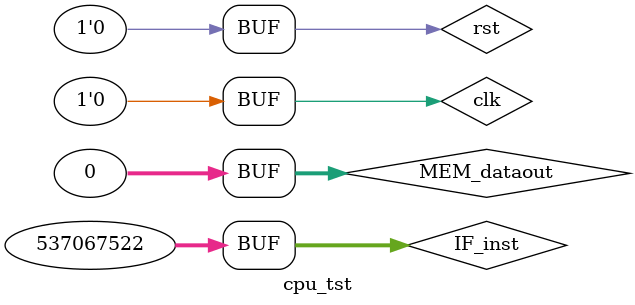
<source format=v>
`timescale 1ns / 1ps


module cpu_tst;

	// Inputs
	reg clk;
	reg rst;
	reg [31:0] MEM_dataout;
	reg [31:0] IF_inst;

	// Outputs
	wire stall;
	wire forwardA;
	wire forwardB;
	wire [31:0] MEM_rdataB;
	wire [31:0] MEM_ALUout;
	wire [31:0] ID_inst;
	wire [31:0] EX_inst;
	wire [31:0] MEM_inst;
	wire [31:0] WB_inst;
	wire [31:0] IF_TruePC;
	wire [31:0] IF_TrueNextPC;
	wire [1023:0] Registers;
	wire [31:0] ALU_A;
	wire [31:0] ALU_B;
	wire [31:0] EX_ALUout;
	wire MEM_MemWrite;
	wire WB_RegWrite;
	wire [4:0] WB_WriteAddr;
	wire [31:0] WB_WriteData;
	wire branch;
	wire jump;
	
	// Instantiate the Unit Under Test (UUT)
	PipelinedCPU uut (
		.clk(clk), 
		.rst(rst), 
		.stall(stall),
		.branch(branch),
		.jump(jump),
		.forwardA(forwardA),
		.forwardB(forwardB),
		.MEM_dataout(MEM_dataout), 
		.MEM_rdataB(MEM_rdataB), 
		.MEM_ALUout(MEM_ALUout), 
		.IF_inst(IF_inst), 
		.ID_inst(ID_inst), 
		.EX_inst(EX_inst), 
		.MEM_inst(MEM_inst), 
		.WB_inst(WB_inst), 
		.IF_TruePC(IF_TruePC), 
		.IF_TrueNextPC(IF_TrueNextPC), 
		.Registers(Registers), 
		.ALU_A(ALU_A), 
		.ALU_B(ALU_B), 
		.EX_ALUout(EX_ALUout), 
		.MEM_MemWrite(MEM_MemWrite), 
		.WB_RegWrite(WB_RegWrite), 
		.WB_WriteAddr(WB_WriteAddr), 
		.WB_WriteData(WB_WriteData)
	);

	initial begin
		// Initialize Inputs
		rst = 1;
		MEM_dataout = 0;
		IF_inst = 0;

		// Wait 100 ns for global reset to finish
		#100;
		rst = 0;
		//addi $1, $0, 0x1;
		IF_inst=32'b001000_00000_00001_00000_00000_000001;
		#20;
		//addi $2, $0, 0x1;
		IF_inst=32'b001000_00000_00010_00000_00000_000001;
		#20;
		//beq $1, $2, 3;
		IF_inst=32'b000100_00001_00010_00000_00000_000011;
		#20;
		IF_inst=32'h0;
		#20;
		//j 0;
		IF_inst=32'b000010_00000_00000_00000_00000_000000;
		#20;
		IF_inst=32'h0;
		#20;
		//addi $3, $0, 0x2;
		IF_inst=32'b001000_00000_00011_00000_00000_000010;
		#20;
		/*
		//add $2, $1, $1;
		IF_inst = 32'b000000_00001_00001_00010_00000_100000;
		#20;
		//add $3, $2, $1;
		IF_inst = 32'b000000_00010_00001_00011_00000_100000;
		#20;
		//add $3, $2, $1;
		IF_inst = 32'b000000_00010_00001_00011_00000_100000;
		#20;
		//lw $4,0($1);
		IF_inst=32'b100011_00001_00100_00000_00000_000000;
		#20;
		//add $5, $4, $3;
		IF_inst = 32'b000000_00100_00011_00101_00000_100000;
		#20;
		IF_inst = 32'h0;
		MEM_dataout=32'h3;
		#20;
		#60;*/
		
		
		// Add stimulus here
	
	end
    always begin
		clk = 1;#10;
		clk=0;#10;
	end
endmodule


</source>
